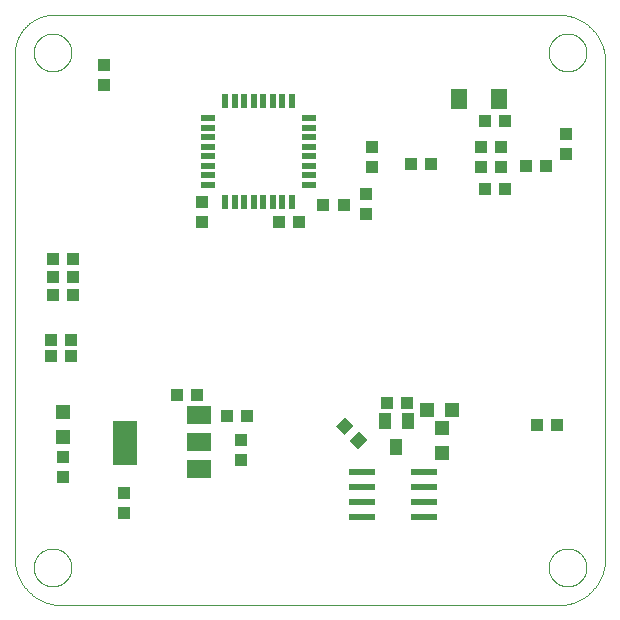
<source format=gtp>
G75*
%MOIN*%
%OFA0B0*%
%FSLAX25Y25*%
%IPPOS*%
%LPD*%
%AMOC8*
5,1,8,0,0,1.08239X$1,22.5*
%
%ADD10C,0.00000*%
%ADD11R,0.04331X0.03937*%
%ADD12R,0.03937X0.04331*%
%ADD13R,0.02200X0.05000*%
%ADD14R,0.05000X0.02200*%
%ADD15R,0.07900X0.05900*%
%ADD16R,0.07900X0.15000*%
%ADD17R,0.04724X0.04724*%
%ADD18R,0.03937X0.05512*%
%ADD19R,0.08661X0.02362*%
%ADD20R,0.05512X0.07087*%
D10*
X0007977Y0017548D02*
X0007977Y0185550D01*
X0014277Y0186052D02*
X0014279Y0186210D01*
X0014285Y0186368D01*
X0014295Y0186526D01*
X0014309Y0186684D01*
X0014327Y0186841D01*
X0014348Y0186998D01*
X0014374Y0187154D01*
X0014404Y0187310D01*
X0014437Y0187465D01*
X0014475Y0187618D01*
X0014516Y0187771D01*
X0014561Y0187923D01*
X0014610Y0188074D01*
X0014663Y0188223D01*
X0014719Y0188371D01*
X0014779Y0188517D01*
X0014843Y0188662D01*
X0014911Y0188805D01*
X0014982Y0188947D01*
X0015056Y0189087D01*
X0015134Y0189224D01*
X0015216Y0189360D01*
X0015300Y0189494D01*
X0015389Y0189625D01*
X0015480Y0189754D01*
X0015575Y0189881D01*
X0015672Y0190006D01*
X0015773Y0190128D01*
X0015877Y0190247D01*
X0015984Y0190364D01*
X0016094Y0190478D01*
X0016207Y0190589D01*
X0016322Y0190698D01*
X0016440Y0190803D01*
X0016561Y0190905D01*
X0016684Y0191005D01*
X0016810Y0191101D01*
X0016938Y0191194D01*
X0017068Y0191284D01*
X0017201Y0191370D01*
X0017336Y0191454D01*
X0017472Y0191533D01*
X0017611Y0191610D01*
X0017752Y0191682D01*
X0017894Y0191752D01*
X0018038Y0191817D01*
X0018184Y0191879D01*
X0018331Y0191937D01*
X0018480Y0191992D01*
X0018630Y0192043D01*
X0018781Y0192090D01*
X0018933Y0192133D01*
X0019086Y0192172D01*
X0019241Y0192208D01*
X0019396Y0192239D01*
X0019552Y0192267D01*
X0019708Y0192291D01*
X0019865Y0192311D01*
X0020023Y0192327D01*
X0020180Y0192339D01*
X0020339Y0192347D01*
X0020497Y0192351D01*
X0020655Y0192351D01*
X0020813Y0192347D01*
X0020972Y0192339D01*
X0021129Y0192327D01*
X0021287Y0192311D01*
X0021444Y0192291D01*
X0021600Y0192267D01*
X0021756Y0192239D01*
X0021911Y0192208D01*
X0022066Y0192172D01*
X0022219Y0192133D01*
X0022371Y0192090D01*
X0022522Y0192043D01*
X0022672Y0191992D01*
X0022821Y0191937D01*
X0022968Y0191879D01*
X0023114Y0191817D01*
X0023258Y0191752D01*
X0023400Y0191682D01*
X0023541Y0191610D01*
X0023680Y0191533D01*
X0023816Y0191454D01*
X0023951Y0191370D01*
X0024084Y0191284D01*
X0024214Y0191194D01*
X0024342Y0191101D01*
X0024468Y0191005D01*
X0024591Y0190905D01*
X0024712Y0190803D01*
X0024830Y0190698D01*
X0024945Y0190589D01*
X0025058Y0190478D01*
X0025168Y0190364D01*
X0025275Y0190247D01*
X0025379Y0190128D01*
X0025480Y0190006D01*
X0025577Y0189881D01*
X0025672Y0189754D01*
X0025763Y0189625D01*
X0025852Y0189494D01*
X0025936Y0189360D01*
X0026018Y0189224D01*
X0026096Y0189087D01*
X0026170Y0188947D01*
X0026241Y0188805D01*
X0026309Y0188662D01*
X0026373Y0188517D01*
X0026433Y0188371D01*
X0026489Y0188223D01*
X0026542Y0188074D01*
X0026591Y0187923D01*
X0026636Y0187771D01*
X0026677Y0187618D01*
X0026715Y0187465D01*
X0026748Y0187310D01*
X0026778Y0187154D01*
X0026804Y0186998D01*
X0026825Y0186841D01*
X0026843Y0186684D01*
X0026857Y0186526D01*
X0026867Y0186368D01*
X0026873Y0186210D01*
X0026875Y0186052D01*
X0026873Y0185894D01*
X0026867Y0185736D01*
X0026857Y0185578D01*
X0026843Y0185420D01*
X0026825Y0185263D01*
X0026804Y0185106D01*
X0026778Y0184950D01*
X0026748Y0184794D01*
X0026715Y0184639D01*
X0026677Y0184486D01*
X0026636Y0184333D01*
X0026591Y0184181D01*
X0026542Y0184030D01*
X0026489Y0183881D01*
X0026433Y0183733D01*
X0026373Y0183587D01*
X0026309Y0183442D01*
X0026241Y0183299D01*
X0026170Y0183157D01*
X0026096Y0183017D01*
X0026018Y0182880D01*
X0025936Y0182744D01*
X0025852Y0182610D01*
X0025763Y0182479D01*
X0025672Y0182350D01*
X0025577Y0182223D01*
X0025480Y0182098D01*
X0025379Y0181976D01*
X0025275Y0181857D01*
X0025168Y0181740D01*
X0025058Y0181626D01*
X0024945Y0181515D01*
X0024830Y0181406D01*
X0024712Y0181301D01*
X0024591Y0181199D01*
X0024468Y0181099D01*
X0024342Y0181003D01*
X0024214Y0180910D01*
X0024084Y0180820D01*
X0023951Y0180734D01*
X0023816Y0180650D01*
X0023680Y0180571D01*
X0023541Y0180494D01*
X0023400Y0180422D01*
X0023258Y0180352D01*
X0023114Y0180287D01*
X0022968Y0180225D01*
X0022821Y0180167D01*
X0022672Y0180112D01*
X0022522Y0180061D01*
X0022371Y0180014D01*
X0022219Y0179971D01*
X0022066Y0179932D01*
X0021911Y0179896D01*
X0021756Y0179865D01*
X0021600Y0179837D01*
X0021444Y0179813D01*
X0021287Y0179793D01*
X0021129Y0179777D01*
X0020972Y0179765D01*
X0020813Y0179757D01*
X0020655Y0179753D01*
X0020497Y0179753D01*
X0020339Y0179757D01*
X0020180Y0179765D01*
X0020023Y0179777D01*
X0019865Y0179793D01*
X0019708Y0179813D01*
X0019552Y0179837D01*
X0019396Y0179865D01*
X0019241Y0179896D01*
X0019086Y0179932D01*
X0018933Y0179971D01*
X0018781Y0180014D01*
X0018630Y0180061D01*
X0018480Y0180112D01*
X0018331Y0180167D01*
X0018184Y0180225D01*
X0018038Y0180287D01*
X0017894Y0180352D01*
X0017752Y0180422D01*
X0017611Y0180494D01*
X0017472Y0180571D01*
X0017336Y0180650D01*
X0017201Y0180734D01*
X0017068Y0180820D01*
X0016938Y0180910D01*
X0016810Y0181003D01*
X0016684Y0181099D01*
X0016561Y0181199D01*
X0016440Y0181301D01*
X0016322Y0181406D01*
X0016207Y0181515D01*
X0016094Y0181626D01*
X0015984Y0181740D01*
X0015877Y0181857D01*
X0015773Y0181976D01*
X0015672Y0182098D01*
X0015575Y0182223D01*
X0015480Y0182350D01*
X0015389Y0182479D01*
X0015300Y0182610D01*
X0015216Y0182744D01*
X0015134Y0182880D01*
X0015056Y0183017D01*
X0014982Y0183157D01*
X0014911Y0183299D01*
X0014843Y0183442D01*
X0014779Y0183587D01*
X0014719Y0183733D01*
X0014663Y0183881D01*
X0014610Y0184030D01*
X0014561Y0184181D01*
X0014516Y0184333D01*
X0014475Y0184486D01*
X0014437Y0184639D01*
X0014404Y0184794D01*
X0014374Y0184950D01*
X0014348Y0185106D01*
X0014327Y0185263D01*
X0014309Y0185420D01*
X0014295Y0185578D01*
X0014285Y0185736D01*
X0014279Y0185894D01*
X0014277Y0186052D01*
X0007978Y0185550D02*
X0007982Y0185867D01*
X0007993Y0186183D01*
X0008012Y0186499D01*
X0008039Y0186814D01*
X0008074Y0187129D01*
X0008115Y0187443D01*
X0008165Y0187755D01*
X0008222Y0188067D01*
X0008287Y0188377D01*
X0008359Y0188685D01*
X0008438Y0188991D01*
X0008525Y0189296D01*
X0008619Y0189598D01*
X0008721Y0189898D01*
X0008829Y0190195D01*
X0008945Y0190490D01*
X0009068Y0190782D01*
X0009198Y0191070D01*
X0009335Y0191356D01*
X0009479Y0191638D01*
X0009629Y0191916D01*
X0009786Y0192191D01*
X0009950Y0192462D01*
X0010120Y0192729D01*
X0010297Y0192992D01*
X0010480Y0193250D01*
X0010669Y0193504D01*
X0010864Y0193753D01*
X0011065Y0193997D01*
X0011273Y0194237D01*
X0011485Y0194471D01*
X0011704Y0194700D01*
X0011928Y0194924D01*
X0012157Y0195143D01*
X0012391Y0195355D01*
X0012631Y0195563D01*
X0012875Y0195764D01*
X0013124Y0195959D01*
X0013378Y0196148D01*
X0013636Y0196331D01*
X0013899Y0196508D01*
X0014166Y0196678D01*
X0014437Y0196842D01*
X0014712Y0196999D01*
X0014990Y0197149D01*
X0015272Y0197293D01*
X0015558Y0197430D01*
X0015846Y0197560D01*
X0016138Y0197683D01*
X0016433Y0197799D01*
X0016730Y0197907D01*
X0017030Y0198009D01*
X0017332Y0198103D01*
X0017637Y0198190D01*
X0017943Y0198269D01*
X0018251Y0198341D01*
X0018561Y0198406D01*
X0018873Y0198463D01*
X0019185Y0198513D01*
X0019499Y0198554D01*
X0019814Y0198589D01*
X0020129Y0198616D01*
X0020445Y0198635D01*
X0020761Y0198646D01*
X0021078Y0198650D01*
X0189080Y0198650D01*
X0185930Y0186052D02*
X0185932Y0186210D01*
X0185938Y0186368D01*
X0185948Y0186526D01*
X0185962Y0186684D01*
X0185980Y0186841D01*
X0186001Y0186998D01*
X0186027Y0187154D01*
X0186057Y0187310D01*
X0186090Y0187465D01*
X0186128Y0187618D01*
X0186169Y0187771D01*
X0186214Y0187923D01*
X0186263Y0188074D01*
X0186316Y0188223D01*
X0186372Y0188371D01*
X0186432Y0188517D01*
X0186496Y0188662D01*
X0186564Y0188805D01*
X0186635Y0188947D01*
X0186709Y0189087D01*
X0186787Y0189224D01*
X0186869Y0189360D01*
X0186953Y0189494D01*
X0187042Y0189625D01*
X0187133Y0189754D01*
X0187228Y0189881D01*
X0187325Y0190006D01*
X0187426Y0190128D01*
X0187530Y0190247D01*
X0187637Y0190364D01*
X0187747Y0190478D01*
X0187860Y0190589D01*
X0187975Y0190698D01*
X0188093Y0190803D01*
X0188214Y0190905D01*
X0188337Y0191005D01*
X0188463Y0191101D01*
X0188591Y0191194D01*
X0188721Y0191284D01*
X0188854Y0191370D01*
X0188989Y0191454D01*
X0189125Y0191533D01*
X0189264Y0191610D01*
X0189405Y0191682D01*
X0189547Y0191752D01*
X0189691Y0191817D01*
X0189837Y0191879D01*
X0189984Y0191937D01*
X0190133Y0191992D01*
X0190283Y0192043D01*
X0190434Y0192090D01*
X0190586Y0192133D01*
X0190739Y0192172D01*
X0190894Y0192208D01*
X0191049Y0192239D01*
X0191205Y0192267D01*
X0191361Y0192291D01*
X0191518Y0192311D01*
X0191676Y0192327D01*
X0191833Y0192339D01*
X0191992Y0192347D01*
X0192150Y0192351D01*
X0192308Y0192351D01*
X0192466Y0192347D01*
X0192625Y0192339D01*
X0192782Y0192327D01*
X0192940Y0192311D01*
X0193097Y0192291D01*
X0193253Y0192267D01*
X0193409Y0192239D01*
X0193564Y0192208D01*
X0193719Y0192172D01*
X0193872Y0192133D01*
X0194024Y0192090D01*
X0194175Y0192043D01*
X0194325Y0191992D01*
X0194474Y0191937D01*
X0194621Y0191879D01*
X0194767Y0191817D01*
X0194911Y0191752D01*
X0195053Y0191682D01*
X0195194Y0191610D01*
X0195333Y0191533D01*
X0195469Y0191454D01*
X0195604Y0191370D01*
X0195737Y0191284D01*
X0195867Y0191194D01*
X0195995Y0191101D01*
X0196121Y0191005D01*
X0196244Y0190905D01*
X0196365Y0190803D01*
X0196483Y0190698D01*
X0196598Y0190589D01*
X0196711Y0190478D01*
X0196821Y0190364D01*
X0196928Y0190247D01*
X0197032Y0190128D01*
X0197133Y0190006D01*
X0197230Y0189881D01*
X0197325Y0189754D01*
X0197416Y0189625D01*
X0197505Y0189494D01*
X0197589Y0189360D01*
X0197671Y0189224D01*
X0197749Y0189087D01*
X0197823Y0188947D01*
X0197894Y0188805D01*
X0197962Y0188662D01*
X0198026Y0188517D01*
X0198086Y0188371D01*
X0198142Y0188223D01*
X0198195Y0188074D01*
X0198244Y0187923D01*
X0198289Y0187771D01*
X0198330Y0187618D01*
X0198368Y0187465D01*
X0198401Y0187310D01*
X0198431Y0187154D01*
X0198457Y0186998D01*
X0198478Y0186841D01*
X0198496Y0186684D01*
X0198510Y0186526D01*
X0198520Y0186368D01*
X0198526Y0186210D01*
X0198528Y0186052D01*
X0198526Y0185894D01*
X0198520Y0185736D01*
X0198510Y0185578D01*
X0198496Y0185420D01*
X0198478Y0185263D01*
X0198457Y0185106D01*
X0198431Y0184950D01*
X0198401Y0184794D01*
X0198368Y0184639D01*
X0198330Y0184486D01*
X0198289Y0184333D01*
X0198244Y0184181D01*
X0198195Y0184030D01*
X0198142Y0183881D01*
X0198086Y0183733D01*
X0198026Y0183587D01*
X0197962Y0183442D01*
X0197894Y0183299D01*
X0197823Y0183157D01*
X0197749Y0183017D01*
X0197671Y0182880D01*
X0197589Y0182744D01*
X0197505Y0182610D01*
X0197416Y0182479D01*
X0197325Y0182350D01*
X0197230Y0182223D01*
X0197133Y0182098D01*
X0197032Y0181976D01*
X0196928Y0181857D01*
X0196821Y0181740D01*
X0196711Y0181626D01*
X0196598Y0181515D01*
X0196483Y0181406D01*
X0196365Y0181301D01*
X0196244Y0181199D01*
X0196121Y0181099D01*
X0195995Y0181003D01*
X0195867Y0180910D01*
X0195737Y0180820D01*
X0195604Y0180734D01*
X0195469Y0180650D01*
X0195333Y0180571D01*
X0195194Y0180494D01*
X0195053Y0180422D01*
X0194911Y0180352D01*
X0194767Y0180287D01*
X0194621Y0180225D01*
X0194474Y0180167D01*
X0194325Y0180112D01*
X0194175Y0180061D01*
X0194024Y0180014D01*
X0193872Y0179971D01*
X0193719Y0179932D01*
X0193564Y0179896D01*
X0193409Y0179865D01*
X0193253Y0179837D01*
X0193097Y0179813D01*
X0192940Y0179793D01*
X0192782Y0179777D01*
X0192625Y0179765D01*
X0192466Y0179757D01*
X0192308Y0179753D01*
X0192150Y0179753D01*
X0191992Y0179757D01*
X0191833Y0179765D01*
X0191676Y0179777D01*
X0191518Y0179793D01*
X0191361Y0179813D01*
X0191205Y0179837D01*
X0191049Y0179865D01*
X0190894Y0179896D01*
X0190739Y0179932D01*
X0190586Y0179971D01*
X0190434Y0180014D01*
X0190283Y0180061D01*
X0190133Y0180112D01*
X0189984Y0180167D01*
X0189837Y0180225D01*
X0189691Y0180287D01*
X0189547Y0180352D01*
X0189405Y0180422D01*
X0189264Y0180494D01*
X0189125Y0180571D01*
X0188989Y0180650D01*
X0188854Y0180734D01*
X0188721Y0180820D01*
X0188591Y0180910D01*
X0188463Y0181003D01*
X0188337Y0181099D01*
X0188214Y0181199D01*
X0188093Y0181301D01*
X0187975Y0181406D01*
X0187860Y0181515D01*
X0187747Y0181626D01*
X0187637Y0181740D01*
X0187530Y0181857D01*
X0187426Y0181976D01*
X0187325Y0182098D01*
X0187228Y0182223D01*
X0187133Y0182350D01*
X0187042Y0182479D01*
X0186953Y0182610D01*
X0186869Y0182744D01*
X0186787Y0182880D01*
X0186709Y0183017D01*
X0186635Y0183157D01*
X0186564Y0183299D01*
X0186496Y0183442D01*
X0186432Y0183587D01*
X0186372Y0183733D01*
X0186316Y0183881D01*
X0186263Y0184030D01*
X0186214Y0184181D01*
X0186169Y0184333D01*
X0186128Y0184486D01*
X0186090Y0184639D01*
X0186057Y0184794D01*
X0186027Y0184950D01*
X0186001Y0185106D01*
X0185980Y0185263D01*
X0185962Y0185420D01*
X0185948Y0185578D01*
X0185938Y0185736D01*
X0185932Y0185894D01*
X0185930Y0186052D01*
X0189080Y0198650D02*
X0189461Y0198645D01*
X0189841Y0198632D01*
X0190221Y0198609D01*
X0190600Y0198576D01*
X0190978Y0198535D01*
X0191355Y0198485D01*
X0191731Y0198425D01*
X0192106Y0198357D01*
X0192478Y0198279D01*
X0192849Y0198192D01*
X0193217Y0198097D01*
X0193583Y0197992D01*
X0193946Y0197879D01*
X0194307Y0197757D01*
X0194664Y0197627D01*
X0195018Y0197487D01*
X0195369Y0197340D01*
X0195716Y0197183D01*
X0196059Y0197019D01*
X0196398Y0196846D01*
X0196733Y0196665D01*
X0197064Y0196476D01*
X0197389Y0196279D01*
X0197710Y0196075D01*
X0198026Y0195862D01*
X0198336Y0195642D01*
X0198642Y0195415D01*
X0198941Y0195180D01*
X0199235Y0194938D01*
X0199523Y0194690D01*
X0199805Y0194434D01*
X0200080Y0194171D01*
X0200349Y0193902D01*
X0200612Y0193627D01*
X0200868Y0193345D01*
X0201116Y0193057D01*
X0201358Y0192763D01*
X0201593Y0192464D01*
X0201820Y0192158D01*
X0202040Y0191848D01*
X0202253Y0191532D01*
X0202457Y0191211D01*
X0202654Y0190886D01*
X0202843Y0190555D01*
X0203024Y0190220D01*
X0203197Y0189881D01*
X0203361Y0189538D01*
X0203518Y0189191D01*
X0203665Y0188840D01*
X0203805Y0188486D01*
X0203935Y0188129D01*
X0204057Y0187768D01*
X0204170Y0187405D01*
X0204275Y0187039D01*
X0204370Y0186671D01*
X0204457Y0186300D01*
X0204535Y0185928D01*
X0204603Y0185553D01*
X0204663Y0185177D01*
X0204713Y0184800D01*
X0204754Y0184422D01*
X0204787Y0184043D01*
X0204810Y0183663D01*
X0204823Y0183283D01*
X0204828Y0182902D01*
X0204828Y0017548D01*
X0185930Y0014398D02*
X0185932Y0014556D01*
X0185938Y0014714D01*
X0185948Y0014872D01*
X0185962Y0015030D01*
X0185980Y0015187D01*
X0186001Y0015344D01*
X0186027Y0015500D01*
X0186057Y0015656D01*
X0186090Y0015811D01*
X0186128Y0015964D01*
X0186169Y0016117D01*
X0186214Y0016269D01*
X0186263Y0016420D01*
X0186316Y0016569D01*
X0186372Y0016717D01*
X0186432Y0016863D01*
X0186496Y0017008D01*
X0186564Y0017151D01*
X0186635Y0017293D01*
X0186709Y0017433D01*
X0186787Y0017570D01*
X0186869Y0017706D01*
X0186953Y0017840D01*
X0187042Y0017971D01*
X0187133Y0018100D01*
X0187228Y0018227D01*
X0187325Y0018352D01*
X0187426Y0018474D01*
X0187530Y0018593D01*
X0187637Y0018710D01*
X0187747Y0018824D01*
X0187860Y0018935D01*
X0187975Y0019044D01*
X0188093Y0019149D01*
X0188214Y0019251D01*
X0188337Y0019351D01*
X0188463Y0019447D01*
X0188591Y0019540D01*
X0188721Y0019630D01*
X0188854Y0019716D01*
X0188989Y0019800D01*
X0189125Y0019879D01*
X0189264Y0019956D01*
X0189405Y0020028D01*
X0189547Y0020098D01*
X0189691Y0020163D01*
X0189837Y0020225D01*
X0189984Y0020283D01*
X0190133Y0020338D01*
X0190283Y0020389D01*
X0190434Y0020436D01*
X0190586Y0020479D01*
X0190739Y0020518D01*
X0190894Y0020554D01*
X0191049Y0020585D01*
X0191205Y0020613D01*
X0191361Y0020637D01*
X0191518Y0020657D01*
X0191676Y0020673D01*
X0191833Y0020685D01*
X0191992Y0020693D01*
X0192150Y0020697D01*
X0192308Y0020697D01*
X0192466Y0020693D01*
X0192625Y0020685D01*
X0192782Y0020673D01*
X0192940Y0020657D01*
X0193097Y0020637D01*
X0193253Y0020613D01*
X0193409Y0020585D01*
X0193564Y0020554D01*
X0193719Y0020518D01*
X0193872Y0020479D01*
X0194024Y0020436D01*
X0194175Y0020389D01*
X0194325Y0020338D01*
X0194474Y0020283D01*
X0194621Y0020225D01*
X0194767Y0020163D01*
X0194911Y0020098D01*
X0195053Y0020028D01*
X0195194Y0019956D01*
X0195333Y0019879D01*
X0195469Y0019800D01*
X0195604Y0019716D01*
X0195737Y0019630D01*
X0195867Y0019540D01*
X0195995Y0019447D01*
X0196121Y0019351D01*
X0196244Y0019251D01*
X0196365Y0019149D01*
X0196483Y0019044D01*
X0196598Y0018935D01*
X0196711Y0018824D01*
X0196821Y0018710D01*
X0196928Y0018593D01*
X0197032Y0018474D01*
X0197133Y0018352D01*
X0197230Y0018227D01*
X0197325Y0018100D01*
X0197416Y0017971D01*
X0197505Y0017840D01*
X0197589Y0017706D01*
X0197671Y0017570D01*
X0197749Y0017433D01*
X0197823Y0017293D01*
X0197894Y0017151D01*
X0197962Y0017008D01*
X0198026Y0016863D01*
X0198086Y0016717D01*
X0198142Y0016569D01*
X0198195Y0016420D01*
X0198244Y0016269D01*
X0198289Y0016117D01*
X0198330Y0015964D01*
X0198368Y0015811D01*
X0198401Y0015656D01*
X0198431Y0015500D01*
X0198457Y0015344D01*
X0198478Y0015187D01*
X0198496Y0015030D01*
X0198510Y0014872D01*
X0198520Y0014714D01*
X0198526Y0014556D01*
X0198528Y0014398D01*
X0198526Y0014240D01*
X0198520Y0014082D01*
X0198510Y0013924D01*
X0198496Y0013766D01*
X0198478Y0013609D01*
X0198457Y0013452D01*
X0198431Y0013296D01*
X0198401Y0013140D01*
X0198368Y0012985D01*
X0198330Y0012832D01*
X0198289Y0012679D01*
X0198244Y0012527D01*
X0198195Y0012376D01*
X0198142Y0012227D01*
X0198086Y0012079D01*
X0198026Y0011933D01*
X0197962Y0011788D01*
X0197894Y0011645D01*
X0197823Y0011503D01*
X0197749Y0011363D01*
X0197671Y0011226D01*
X0197589Y0011090D01*
X0197505Y0010956D01*
X0197416Y0010825D01*
X0197325Y0010696D01*
X0197230Y0010569D01*
X0197133Y0010444D01*
X0197032Y0010322D01*
X0196928Y0010203D01*
X0196821Y0010086D01*
X0196711Y0009972D01*
X0196598Y0009861D01*
X0196483Y0009752D01*
X0196365Y0009647D01*
X0196244Y0009545D01*
X0196121Y0009445D01*
X0195995Y0009349D01*
X0195867Y0009256D01*
X0195737Y0009166D01*
X0195604Y0009080D01*
X0195469Y0008996D01*
X0195333Y0008917D01*
X0195194Y0008840D01*
X0195053Y0008768D01*
X0194911Y0008698D01*
X0194767Y0008633D01*
X0194621Y0008571D01*
X0194474Y0008513D01*
X0194325Y0008458D01*
X0194175Y0008407D01*
X0194024Y0008360D01*
X0193872Y0008317D01*
X0193719Y0008278D01*
X0193564Y0008242D01*
X0193409Y0008211D01*
X0193253Y0008183D01*
X0193097Y0008159D01*
X0192940Y0008139D01*
X0192782Y0008123D01*
X0192625Y0008111D01*
X0192466Y0008103D01*
X0192308Y0008099D01*
X0192150Y0008099D01*
X0191992Y0008103D01*
X0191833Y0008111D01*
X0191676Y0008123D01*
X0191518Y0008139D01*
X0191361Y0008159D01*
X0191205Y0008183D01*
X0191049Y0008211D01*
X0190894Y0008242D01*
X0190739Y0008278D01*
X0190586Y0008317D01*
X0190434Y0008360D01*
X0190283Y0008407D01*
X0190133Y0008458D01*
X0189984Y0008513D01*
X0189837Y0008571D01*
X0189691Y0008633D01*
X0189547Y0008698D01*
X0189405Y0008768D01*
X0189264Y0008840D01*
X0189125Y0008917D01*
X0188989Y0008996D01*
X0188854Y0009080D01*
X0188721Y0009166D01*
X0188591Y0009256D01*
X0188463Y0009349D01*
X0188337Y0009445D01*
X0188214Y0009545D01*
X0188093Y0009647D01*
X0187975Y0009752D01*
X0187860Y0009861D01*
X0187747Y0009972D01*
X0187637Y0010086D01*
X0187530Y0010203D01*
X0187426Y0010322D01*
X0187325Y0010444D01*
X0187228Y0010569D01*
X0187133Y0010696D01*
X0187042Y0010825D01*
X0186953Y0010956D01*
X0186869Y0011090D01*
X0186787Y0011226D01*
X0186709Y0011363D01*
X0186635Y0011503D01*
X0186564Y0011645D01*
X0186496Y0011788D01*
X0186432Y0011933D01*
X0186372Y0012079D01*
X0186316Y0012227D01*
X0186263Y0012376D01*
X0186214Y0012527D01*
X0186169Y0012679D01*
X0186128Y0012832D01*
X0186090Y0012985D01*
X0186057Y0013140D01*
X0186027Y0013296D01*
X0186001Y0013452D01*
X0185980Y0013609D01*
X0185962Y0013766D01*
X0185948Y0013924D01*
X0185938Y0014082D01*
X0185932Y0014240D01*
X0185930Y0014398D01*
X0189080Y0001800D02*
X0189461Y0001805D01*
X0189841Y0001818D01*
X0190221Y0001841D01*
X0190600Y0001874D01*
X0190978Y0001915D01*
X0191355Y0001965D01*
X0191731Y0002025D01*
X0192106Y0002093D01*
X0192478Y0002171D01*
X0192849Y0002258D01*
X0193217Y0002353D01*
X0193583Y0002458D01*
X0193946Y0002571D01*
X0194307Y0002693D01*
X0194664Y0002823D01*
X0195018Y0002963D01*
X0195369Y0003110D01*
X0195716Y0003267D01*
X0196059Y0003431D01*
X0196398Y0003604D01*
X0196733Y0003785D01*
X0197064Y0003974D01*
X0197389Y0004171D01*
X0197710Y0004375D01*
X0198026Y0004588D01*
X0198336Y0004808D01*
X0198642Y0005035D01*
X0198941Y0005270D01*
X0199235Y0005512D01*
X0199523Y0005760D01*
X0199805Y0006016D01*
X0200080Y0006279D01*
X0200349Y0006548D01*
X0200612Y0006823D01*
X0200868Y0007105D01*
X0201116Y0007393D01*
X0201358Y0007687D01*
X0201593Y0007986D01*
X0201820Y0008292D01*
X0202040Y0008602D01*
X0202253Y0008918D01*
X0202457Y0009239D01*
X0202654Y0009564D01*
X0202843Y0009895D01*
X0203024Y0010230D01*
X0203197Y0010569D01*
X0203361Y0010912D01*
X0203518Y0011259D01*
X0203665Y0011610D01*
X0203805Y0011964D01*
X0203935Y0012321D01*
X0204057Y0012682D01*
X0204170Y0013045D01*
X0204275Y0013411D01*
X0204370Y0013779D01*
X0204457Y0014150D01*
X0204535Y0014522D01*
X0204603Y0014897D01*
X0204663Y0015273D01*
X0204713Y0015650D01*
X0204754Y0016028D01*
X0204787Y0016407D01*
X0204810Y0016787D01*
X0204823Y0017167D01*
X0204828Y0017548D01*
X0189080Y0001800D02*
X0023725Y0001800D01*
X0014277Y0014398D02*
X0014279Y0014556D01*
X0014285Y0014714D01*
X0014295Y0014872D01*
X0014309Y0015030D01*
X0014327Y0015187D01*
X0014348Y0015344D01*
X0014374Y0015500D01*
X0014404Y0015656D01*
X0014437Y0015811D01*
X0014475Y0015964D01*
X0014516Y0016117D01*
X0014561Y0016269D01*
X0014610Y0016420D01*
X0014663Y0016569D01*
X0014719Y0016717D01*
X0014779Y0016863D01*
X0014843Y0017008D01*
X0014911Y0017151D01*
X0014982Y0017293D01*
X0015056Y0017433D01*
X0015134Y0017570D01*
X0015216Y0017706D01*
X0015300Y0017840D01*
X0015389Y0017971D01*
X0015480Y0018100D01*
X0015575Y0018227D01*
X0015672Y0018352D01*
X0015773Y0018474D01*
X0015877Y0018593D01*
X0015984Y0018710D01*
X0016094Y0018824D01*
X0016207Y0018935D01*
X0016322Y0019044D01*
X0016440Y0019149D01*
X0016561Y0019251D01*
X0016684Y0019351D01*
X0016810Y0019447D01*
X0016938Y0019540D01*
X0017068Y0019630D01*
X0017201Y0019716D01*
X0017336Y0019800D01*
X0017472Y0019879D01*
X0017611Y0019956D01*
X0017752Y0020028D01*
X0017894Y0020098D01*
X0018038Y0020163D01*
X0018184Y0020225D01*
X0018331Y0020283D01*
X0018480Y0020338D01*
X0018630Y0020389D01*
X0018781Y0020436D01*
X0018933Y0020479D01*
X0019086Y0020518D01*
X0019241Y0020554D01*
X0019396Y0020585D01*
X0019552Y0020613D01*
X0019708Y0020637D01*
X0019865Y0020657D01*
X0020023Y0020673D01*
X0020180Y0020685D01*
X0020339Y0020693D01*
X0020497Y0020697D01*
X0020655Y0020697D01*
X0020813Y0020693D01*
X0020972Y0020685D01*
X0021129Y0020673D01*
X0021287Y0020657D01*
X0021444Y0020637D01*
X0021600Y0020613D01*
X0021756Y0020585D01*
X0021911Y0020554D01*
X0022066Y0020518D01*
X0022219Y0020479D01*
X0022371Y0020436D01*
X0022522Y0020389D01*
X0022672Y0020338D01*
X0022821Y0020283D01*
X0022968Y0020225D01*
X0023114Y0020163D01*
X0023258Y0020098D01*
X0023400Y0020028D01*
X0023541Y0019956D01*
X0023680Y0019879D01*
X0023816Y0019800D01*
X0023951Y0019716D01*
X0024084Y0019630D01*
X0024214Y0019540D01*
X0024342Y0019447D01*
X0024468Y0019351D01*
X0024591Y0019251D01*
X0024712Y0019149D01*
X0024830Y0019044D01*
X0024945Y0018935D01*
X0025058Y0018824D01*
X0025168Y0018710D01*
X0025275Y0018593D01*
X0025379Y0018474D01*
X0025480Y0018352D01*
X0025577Y0018227D01*
X0025672Y0018100D01*
X0025763Y0017971D01*
X0025852Y0017840D01*
X0025936Y0017706D01*
X0026018Y0017570D01*
X0026096Y0017433D01*
X0026170Y0017293D01*
X0026241Y0017151D01*
X0026309Y0017008D01*
X0026373Y0016863D01*
X0026433Y0016717D01*
X0026489Y0016569D01*
X0026542Y0016420D01*
X0026591Y0016269D01*
X0026636Y0016117D01*
X0026677Y0015964D01*
X0026715Y0015811D01*
X0026748Y0015656D01*
X0026778Y0015500D01*
X0026804Y0015344D01*
X0026825Y0015187D01*
X0026843Y0015030D01*
X0026857Y0014872D01*
X0026867Y0014714D01*
X0026873Y0014556D01*
X0026875Y0014398D01*
X0026873Y0014240D01*
X0026867Y0014082D01*
X0026857Y0013924D01*
X0026843Y0013766D01*
X0026825Y0013609D01*
X0026804Y0013452D01*
X0026778Y0013296D01*
X0026748Y0013140D01*
X0026715Y0012985D01*
X0026677Y0012832D01*
X0026636Y0012679D01*
X0026591Y0012527D01*
X0026542Y0012376D01*
X0026489Y0012227D01*
X0026433Y0012079D01*
X0026373Y0011933D01*
X0026309Y0011788D01*
X0026241Y0011645D01*
X0026170Y0011503D01*
X0026096Y0011363D01*
X0026018Y0011226D01*
X0025936Y0011090D01*
X0025852Y0010956D01*
X0025763Y0010825D01*
X0025672Y0010696D01*
X0025577Y0010569D01*
X0025480Y0010444D01*
X0025379Y0010322D01*
X0025275Y0010203D01*
X0025168Y0010086D01*
X0025058Y0009972D01*
X0024945Y0009861D01*
X0024830Y0009752D01*
X0024712Y0009647D01*
X0024591Y0009545D01*
X0024468Y0009445D01*
X0024342Y0009349D01*
X0024214Y0009256D01*
X0024084Y0009166D01*
X0023951Y0009080D01*
X0023816Y0008996D01*
X0023680Y0008917D01*
X0023541Y0008840D01*
X0023400Y0008768D01*
X0023258Y0008698D01*
X0023114Y0008633D01*
X0022968Y0008571D01*
X0022821Y0008513D01*
X0022672Y0008458D01*
X0022522Y0008407D01*
X0022371Y0008360D01*
X0022219Y0008317D01*
X0022066Y0008278D01*
X0021911Y0008242D01*
X0021756Y0008211D01*
X0021600Y0008183D01*
X0021444Y0008159D01*
X0021287Y0008139D01*
X0021129Y0008123D01*
X0020972Y0008111D01*
X0020813Y0008103D01*
X0020655Y0008099D01*
X0020497Y0008099D01*
X0020339Y0008103D01*
X0020180Y0008111D01*
X0020023Y0008123D01*
X0019865Y0008139D01*
X0019708Y0008159D01*
X0019552Y0008183D01*
X0019396Y0008211D01*
X0019241Y0008242D01*
X0019086Y0008278D01*
X0018933Y0008317D01*
X0018781Y0008360D01*
X0018630Y0008407D01*
X0018480Y0008458D01*
X0018331Y0008513D01*
X0018184Y0008571D01*
X0018038Y0008633D01*
X0017894Y0008698D01*
X0017752Y0008768D01*
X0017611Y0008840D01*
X0017472Y0008917D01*
X0017336Y0008996D01*
X0017201Y0009080D01*
X0017068Y0009166D01*
X0016938Y0009256D01*
X0016810Y0009349D01*
X0016684Y0009445D01*
X0016561Y0009545D01*
X0016440Y0009647D01*
X0016322Y0009752D01*
X0016207Y0009861D01*
X0016094Y0009972D01*
X0015984Y0010086D01*
X0015877Y0010203D01*
X0015773Y0010322D01*
X0015672Y0010444D01*
X0015575Y0010569D01*
X0015480Y0010696D01*
X0015389Y0010825D01*
X0015300Y0010956D01*
X0015216Y0011090D01*
X0015134Y0011226D01*
X0015056Y0011363D01*
X0014982Y0011503D01*
X0014911Y0011645D01*
X0014843Y0011788D01*
X0014779Y0011933D01*
X0014719Y0012079D01*
X0014663Y0012227D01*
X0014610Y0012376D01*
X0014561Y0012527D01*
X0014516Y0012679D01*
X0014475Y0012832D01*
X0014437Y0012985D01*
X0014404Y0013140D01*
X0014374Y0013296D01*
X0014348Y0013452D01*
X0014327Y0013609D01*
X0014309Y0013766D01*
X0014295Y0013924D01*
X0014285Y0014082D01*
X0014279Y0014240D01*
X0014277Y0014398D01*
X0007977Y0017548D02*
X0007982Y0017167D01*
X0007995Y0016787D01*
X0008018Y0016407D01*
X0008051Y0016028D01*
X0008092Y0015650D01*
X0008142Y0015273D01*
X0008202Y0014897D01*
X0008270Y0014522D01*
X0008348Y0014150D01*
X0008435Y0013779D01*
X0008530Y0013411D01*
X0008635Y0013045D01*
X0008748Y0012682D01*
X0008870Y0012321D01*
X0009000Y0011964D01*
X0009140Y0011610D01*
X0009287Y0011259D01*
X0009444Y0010912D01*
X0009608Y0010569D01*
X0009781Y0010230D01*
X0009962Y0009895D01*
X0010151Y0009564D01*
X0010348Y0009239D01*
X0010552Y0008918D01*
X0010765Y0008602D01*
X0010985Y0008292D01*
X0011212Y0007986D01*
X0011447Y0007687D01*
X0011689Y0007393D01*
X0011937Y0007105D01*
X0012193Y0006823D01*
X0012456Y0006548D01*
X0012725Y0006279D01*
X0013000Y0006016D01*
X0013282Y0005760D01*
X0013570Y0005512D01*
X0013864Y0005270D01*
X0014163Y0005035D01*
X0014469Y0004808D01*
X0014779Y0004588D01*
X0015095Y0004375D01*
X0015416Y0004171D01*
X0015741Y0003974D01*
X0016072Y0003785D01*
X0016407Y0003604D01*
X0016746Y0003431D01*
X0017089Y0003267D01*
X0017436Y0003110D01*
X0017787Y0002963D01*
X0018141Y0002823D01*
X0018498Y0002693D01*
X0018859Y0002571D01*
X0019222Y0002458D01*
X0019588Y0002353D01*
X0019956Y0002258D01*
X0020327Y0002171D01*
X0020699Y0002093D01*
X0021074Y0002025D01*
X0021450Y0001965D01*
X0021827Y0001915D01*
X0022205Y0001874D01*
X0022584Y0001841D01*
X0022964Y0001818D01*
X0023344Y0001805D01*
X0023725Y0001800D01*
D11*
X0023927Y0044641D03*
X0023927Y0051334D03*
X0078668Y0064762D03*
X0085361Y0064762D03*
X0070477Y0129391D03*
X0070477Y0136084D03*
X0110881Y0135175D03*
X0117574Y0135175D03*
X0124977Y0132191D03*
X0124977Y0138884D03*
X0127065Y0147729D03*
X0127065Y0154421D03*
X0139893Y0149013D03*
X0146586Y0149013D03*
X0191727Y0152204D03*
X0191727Y0158896D03*
X0188611Y0061925D03*
X0181918Y0061925D03*
X0037665Y0175329D03*
X0037665Y0182021D03*
D12*
X0096131Y0129587D03*
X0102824Y0129587D03*
X0068824Y0071950D03*
X0062131Y0071950D03*
X0083265Y0056859D03*
X0083265Y0050166D03*
G36*
X0118012Y0064476D02*
X0120795Y0061693D01*
X0117734Y0058632D01*
X0114951Y0061415D01*
X0118012Y0064476D01*
G37*
G36*
X0122745Y0059743D02*
X0125528Y0056960D01*
X0122467Y0053899D01*
X0119684Y0056682D01*
X0122745Y0059743D01*
G37*
X0131893Y0069238D03*
X0138586Y0069238D03*
X0164631Y0140550D03*
X0163331Y0147725D03*
X0163331Y0154413D03*
X0170024Y0154413D03*
X0170024Y0147725D03*
X0171324Y0140550D03*
X0178381Y0148050D03*
X0185074Y0148050D03*
X0171324Y0163050D03*
X0164631Y0163050D03*
X0044515Y0039359D03*
X0044515Y0032666D03*
X0026599Y0084788D03*
X0026636Y0090237D03*
X0019943Y0090237D03*
X0019906Y0084788D03*
X0020568Y0105237D03*
X0020568Y0111175D03*
X0020568Y0117112D03*
X0027261Y0117112D03*
X0027261Y0111175D03*
X0027261Y0105237D03*
D13*
X0078204Y0136150D03*
X0081353Y0136150D03*
X0084503Y0136150D03*
X0087652Y0136150D03*
X0090802Y0136150D03*
X0093952Y0136150D03*
X0097101Y0136150D03*
X0100251Y0136150D03*
X0100251Y0169950D03*
X0097101Y0169950D03*
X0093952Y0169950D03*
X0090802Y0169950D03*
X0087652Y0169950D03*
X0084503Y0169950D03*
X0081353Y0169950D03*
X0078204Y0169950D03*
D14*
X0072327Y0164074D03*
X0072327Y0160924D03*
X0072327Y0157774D03*
X0072327Y0154625D03*
X0072327Y0151475D03*
X0072327Y0148326D03*
X0072327Y0145176D03*
X0072327Y0142026D03*
X0106127Y0142026D03*
X0106127Y0145176D03*
X0106127Y0148326D03*
X0106127Y0151475D03*
X0106127Y0154625D03*
X0106127Y0157774D03*
X0106127Y0160924D03*
X0106127Y0164074D03*
D15*
X0069415Y0065112D03*
X0069415Y0056112D03*
X0069415Y0047112D03*
D16*
X0044615Y0056012D03*
D17*
X0024115Y0057804D03*
X0024115Y0066071D03*
X0145543Y0066800D03*
X0150427Y0060809D03*
X0153811Y0066800D03*
X0150427Y0052541D03*
D18*
X0138917Y0063206D03*
X0131437Y0063206D03*
X0135177Y0054544D03*
D19*
X0144338Y0046125D03*
X0144338Y0041125D03*
X0144338Y0036125D03*
X0144338Y0031125D03*
X0123866Y0031125D03*
X0123866Y0036125D03*
X0123866Y0041125D03*
X0123866Y0046125D03*
D20*
X0156147Y0170638D03*
X0169533Y0170638D03*
M02*

</source>
